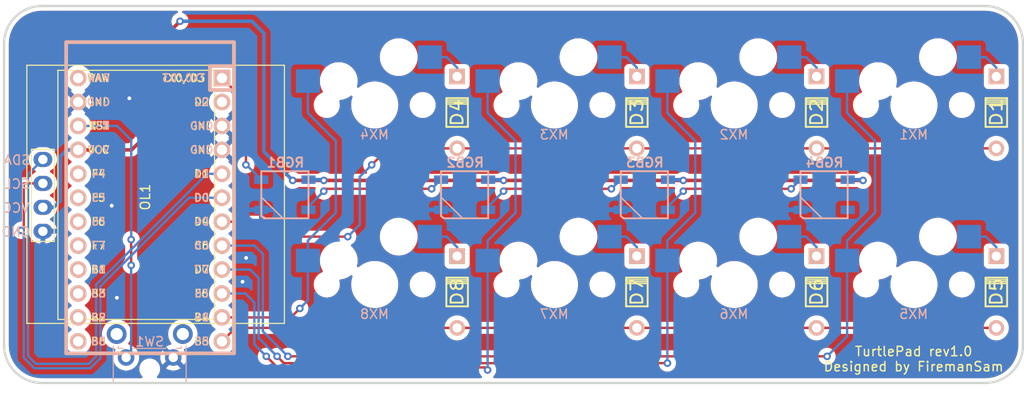
<source format=kicad_pcb>
(kicad_pcb (version 20211014) (generator pcbnew)
  (layers (0 "F.Cu" signal) (31 "B.Cu" signal) (34 "B.Paste" user) (35 "F.Paste" user) (36 "B.SilkS" user "B.Silkscreen") (37 "F.SilkS" user "F.Silkscreen") (38 "B.Mask" user) (39 "F.Mask" user) (44 "Edge.Cuts" user))
  (net 0 "")
  (net 1 "Net-(D1-Pad2)")
  (net 2 "ROW0")
  (net 3 "Net-(D2-Pad2)")
  (net 4 "Net-(D3-Pad2)")
  (net 5 "Net-(D4-Pad2)")
  (net 6 "Net-(D5-Pad2)")
  (net 7 "ROW1")
  (net 8 "Net-(D6-Pad2)")
  (net 9 "Net-(D7-Pad2)")
  (net 10 "Net-(D8-Pad2)")
  (net 11 "COL0")
  (net 12 "COL1")
  (net 13 "COL2")
  (net 14 "COL3")
  (net 15 "Net-(U1-Pad24)")
  (net 16 "GND")
  (net 17 "VCC")
  (net 18 "Net-(U1-Pad14)")
  (net 19 "Net-(U1-Pad2)")
  (net 20 "reset")
  (net 21 "Net-(RGB1-Pad2)")
  (net 22 "LED")
  (net 23 "Net-(RGB2-Pad2)")
  (net 24 "Net-(RGB3-Pad2)")
  (net 25 "SCL")
  (net 26 "SDA")
  (net 27 "Net-(RGB4-Pad2)")
  (net 28 "Net-(U1-Pad13)")
  (net 29 "Net-(U1-Pad15)")
  (net 30 "Net-(U1-Pad16)")
  (net 31 "Net-(U1-Pad17)")
  (net 32 "Net-(U1-Pad18)")
  (net 33 "Net-(U1-Pad19)")
  (net 34 "Net-(U1-Pad20)")
  (footprint "Keebio-Parts:Diode" (layer "F.Cu") (at 181.8005 88.138 90)
    (fp_text reference "D2" (at 0 0 90) (layer "F.SilkS") (effects (font (size 1.27 1.524) (thickness 0.2032))))
    (fp_text value "D_Small" hide)
    (pad "1" thru_hole circle locked (at -3.81 0 90) (size 1.651 1.651) (drill 0.9906) (layers *.Cu *.SilkS *.Mask) (net 2 "ROW0"))
    (pad "2" thru_hole rect locked (at 3.81 0 90) (size 1.651 1.651) (drill 0.9906) (layers *.Cu *.SilkS *.Mask) (net 3 "Net-(D2-Pad2)"))
  )
  (footprint "Keebio-Parts:Diode" (layer "F.Cu") (at 162.7505 88.138 90)
    (fp_text reference "D3" (at 0 0 90) (layer "F.SilkS") (effects (font (size 1.27 1.524) (thickness 0.2032))))
    (fp_text value "D_Small" hide)
    (pad "1" thru_hole circle locked (at -3.81 0 90) (size 1.651 1.651) (drill 0.9906) (layers *.Cu *.SilkS *.Mask) (net 2 "ROW0"))
    (pad "2" thru_hole rect locked (at 3.81 0 90) (size 1.651 1.651) (drill 0.9906) (layers *.Cu *.SilkS *.Mask) (net 4 "Net-(D3-Pad2)"))
  )
  (footprint "Keebio-Parts:Diode" (layer "F.Cu") (at 143.7005 88.138 90)
    (fp_text reference "D4" (at 0 0 90) (layer "F.SilkS") (effects (font (size 1.27 1.524) (thickness 0.2032))))
    (fp_text value "D_Small" hide)
    (pad "1" thru_hole circle locked (at -3.81 0 90) (size 1.651 1.651) (drill 0.9906) (layers *.Cu *.SilkS *.Mask) (net 2 "ROW0"))
    (pad "2" thru_hole rect locked (at 3.81 0 90) (size 1.651 1.651) (drill 0.9906) (layers *.Cu *.SilkS *.Mask) (net 5 "Net-(D4-Pad2)"))
  )
  (footprint "Keebio-Parts:Diode" (layer "F.Cu") (at 200.8505 107.188 90)
    (fp_text reference "D5" (at 0 0 90) (layer "F.SilkS") (effects (font (size 1.27 1.524) (thickness 0.2032))))
    (fp_text value "D_Small" hide)
    (pad "1" thru_hole circle locked (at -3.81 0 90) (size 1.651 1.651) (drill 0.9906) (layers *.Cu *.SilkS *.Mask) (net 7 "ROW1"))
    (pad "2" thru_hole rect locked (at 3.81 0 90) (size 1.651 1.651) (drill 0.9906) (layers *.Cu *.SilkS *.Mask) (net 6 "Net-(D5-Pad2)"))
  )
  (footprint "Keebio-Parts:Diode" (layer "F.Cu") (at 181.8005 107.188 90)
    (fp_text reference "D6" (at 0 0 90) (layer "F.SilkS") (effects (font (size 1.27 1.524) (thickness 0.2032))))
    (fp_text value "D_Small" hide)
    (pad "1" thru_hole circle locked (at -3.81 0 90) (size 1.651 1.651) (drill 0.9906) (layers *.Cu *.SilkS *.Mask) (net 7 "ROW1"))
    (pad "2" thru_hole rect locked (at 3.81 0 90) (size 1.651 1.651) (drill 0.9906) (layers *.Cu *.SilkS *.Mask) (net 8 "Net-(D6-Pad2)"))
  )
  (footprint "Keebio-Parts:Diode" (layer "F.Cu") (at 162.7505 107.188 90)
    (fp_text reference "D7" (at 0 0 90) (layer "F.SilkS") (effects (font (size 1.27 1.524) (thickness 0.2032))))
    (fp_text value "D_Small" hide)
    (pad "1" thru_hole circle locked (at -3.81 0 90) (size 1.651 1.651) (drill 0.9906) (layers *.Cu *.SilkS *.Mask) (net 7 "ROW1"))
    (pad "2" thru_hole rect locked (at 3.81 0 90) (size 1.651 1.651) (drill 0.9906) (layers *.Cu *.SilkS *.Mask) (net 9 "Net-(D7-Pad2)"))
  )
  (footprint "Keebio-Parts:Diode" (layer "F.Cu") (at 143.7005 107.188 90)
    (fp_text reference "D8" (at 0 0 90) (layer "F.SilkS") (effects (font (size 1.27 1.524) (thickness 0.2032))))
    (fp_text value "D_Small" hide)
    (pad "1" thru_hole circle locked (at -3.81 0 90) (size 1.651 1.651) (drill 0.9906) (layers *.Cu *.SilkS *.Mask) (net 7 "ROW1"))
    (pad "2" thru_hole rect locked (at 3.81 0 90) (size 1.651 1.651) (drill 0.9906) (layers *.Cu *.SilkS *.Mask) (net 10 "Net-(D8-Pad2)"))
  )
  (footprint "MX_Only:MXOnly-1U-Hotswap" (layer "F.Cu") (at 192.11925 87.34425)
    (fp_text reference "MX1")
    (fp_text value "MX-NoLED")
    (pad "" np_thru_hole circle locked (at 2.54 -5.08) (size 3 3) (drill 3) (layers *.Cu *.Mask))
    (pad "" np_thru_hole circle locked (at 5.08 0 48.0996) (size 1.75 1.75) (drill 1.75) (layers *.Cu *.Mask))
    (pad "" np_thru_hole circle locked (at 0 0) (size 3.9878 3.9878) (drill 3.9878) (layers *.Cu *.Mask))
    (pad "" np_thru_hole circle locked (at -5.08 0 48.0996) (size 1.75 1.75) (drill 1.75) (layers *.Cu *.Mask))
    (pad "" np_thru_hole circle locked (at -3.81 -2.54) (size 3 3) (drill 3) (layers *.Cu *.Mask))
    (pad "1" smd rect locked (at -7.085 -2.54) (size 2.55 2.5) (layers "B.Cu" "B.Paste" "B.Mask") (net 11 "COL0"))
    (pad "2" smd rect locked (at 5.842 -5.08) (size 2.55 2.5) (layers "B.Cu" "B.Paste" "B.Mask") (net 1 "Net-(D1-Pad2)"))
  )
  (footprint "MX_Only:MXOnly-1U-Hotswap" (layer "F.Cu") (at 173.06925 87.34425)
    (fp_text reference "MX2")
    (fp_text value "MX-NoLED")
    (pad "" np_thru_hole circle locked (at -5.08 0 48.0996) (size 1.75 1.75) (drill 1.75) (layers *.Cu *.Mask))
    (pad "" np_thru_hole circle locked (at 0 0) (size 3.9878 3.9878) (drill 3.9878) (layers *.Cu *.Mask))
    (pad "" np_thru_hole circle locked (at 5.08 0 48.0996) (size 1.75 1.75) (drill 1.75) (layers *.Cu *.Mask))
    (pad "" np_thru_hole circle locked (at -3.81 -2.54) (size 3 3) (drill 3) (layers *.Cu *.Mask))
    (pad "" np_thru_hole circle locked (at 2.54 -5.08) (size 3 3) (drill 3) (layers *.Cu *.Mask))
    (pad "1" smd rect locked (at -7.085 -2.54) (size 2.55 2.5) (layers "B.Cu" "B.Paste" "B.Mask") (net 12 "COL1"))
    (pad "2" smd rect locked (at 5.842 -5.08) (size 2.55 2.5) (layers "B.Cu" "B.Paste" "B.Mask") (net 3 "Net-(D2-Pad2)"))
  )
  (footprint "MX_Only:MXOnly-1U-Hotswap" (layer "F.Cu") (at 154.01925 87.34425)
    (fp_text reference "MX3")
    (fp_text value "MX-NoLED")
    (pad "" np_thru_hole circle locked (at 0 0) (size 3.9878 3.9878) (drill 3.9878) (layers *.Cu *.Mask))
    (pad "" np_thru_hole circle locked (at 2.54 -5.08) (size 3 3) (drill 3) (layers *.Cu *.Mask))
    (pad "" np_thru_hole circle locked (at 5.08 0 48.0996) (size 1.75 1.75) (drill 1.75) (layers *.Cu *.Mask))
    (pad "" np_thru_hole circle locked (at -3.81 -2.54) (size 3 3) (drill 3) (layers *.Cu *.Mask))
    (pad "" np_thru_hole circle locked (at -5.08 0 48.0996) (size 1.75 1.75) (drill 1.75) (layers *.Cu *.Mask))
    (pad "1" smd rect locked (at -7.085 -2.54) (size 2.55 2.5) (layers "B.Cu" "B.Paste" "B.Mask") (net 13 "COL2"))
    (pad "2" smd rect locked (at 5.842 -5.08) (size 2.55 2.5) (layers "B.Cu" "B.Paste" "B.Mask") (net 4 "Net-(D3-Pad2)"))
  )
  (footprint "MX_Only:MXOnly-1U-Hotswap" (layer "F.Cu") (at 192.11925 106.39425)
    (fp_text reference "MX5")
    (fp_text value "MX-NoLED")
    (pad "" np_thru_hole circle locked (at -3.81 -2.54) (size 3 3) (drill 3) (layers *.Cu *.Mask))
    (pad "" np_thru_hole circle locked (at 5.08 0 48.0996) (size 1.75 1.75) (drill 1.75) (layers *.Cu *.Mask))
    (pad "" np_thru_hole circle locked (at 2.54 -5.08) (size 3 3) (drill 3) (layers *.Cu *.Mask))
    (pad "" np_thru_hole circle locked (at 0 0) (size 3.9878 3.9878) (drill 3.9878) (layers *.Cu *.Mask))
    (pad "" np_thru_hole circle locked (at -5.08 0 48.0996) (size 1.75 1.75) (drill 1.75) (layers *.Cu *.Mask))
    (pad "1" smd rect locked (at -7.085 -2.54) (size 2.55 2.5) (layers "B.Cu" "B.Paste" "B.Mask") (net 11 "COL0"))
    (pad "2" smd rect locked (at 5.842 -5.08) (size 2.55 2.5) (layers "B.Cu" "B.Paste" "B.Mask") (net 6 "Net-(D5-Pad2)"))
  )
  (footprint "MX_Only:MXOnly-1U-Hotswap" (layer "F.Cu") (at 173.06925 106.39425)
    (fp_text reference "MX6")
    (fp_text value "MX-NoLED")
    (pad "" np_thru_hole circle locked (at 2.54 -5.08) (size 3 3) (drill 3) (layers *.Cu *.Mask))
    (pad "" np_thru_hole circle locked (at -3.81 -2.54) (size 3 3) (drill 3) (layers *.Cu *.Mask))
    (pad "" np_thru_hole circle locked (at 0 0) (size 3.9878 3.9878) (drill 3.9878) (layers *.Cu *.Mask))
    (pad "" np_thru_hole circle locked (at -5.08 0 48.0996) (size 1.75 1.75) (drill 1.75) (layers *.Cu *.Mask))
    (pad "" np_thru_hole circle locked (at 5.08 0 48.0996) (size 1.75 1.75) (drill 1.75) (layers *.Cu *.Mask))
    (pad "1" smd rect locked (at -7.085 -2.54) (size 2.55 2.5) (layers "B.Cu" "B.Paste" "B.Mask") (net 12 "COL1"))
    (pad "2" smd rect locked (at 5.842 -5.08) (size 2.55 2.5) (layers "B.Cu" "B.Paste" "B.Mask") (net 8 "Net-(D6-Pad2)"))
  )
  (footprint "MX_Only:MXOnly-1U-Hotswap" (layer "F.Cu") (at 154.01925 106.39425)
    (fp_text reference "MX7")
    (fp_text value "MX-NoLED")
    (pad "" np_thru_hole circle locked (at -5.08 0 48.0996) (size 1.75 1.75) (drill 1.75) (layers *.Cu *.Mask))
    (pad "" np_thru_hole circle locked (at 5.08 0 48.0996) (size 1.75 1.75) (drill 1.75) (layers *.Cu *.Mask))
    (pad "" np_thru_hole circle locked (at 0 0) (size 3.9878 3.9878) (drill 3.9878) (layers *.Cu *.Mask))
    (pad "" np_thru_hole circle locked (at 2.54 -5.08) (size 3 3) (drill 3) (layers *.Cu *.Mask))
    (pad "" np_thru_hole circle locked (at -3.81 -2.54) (size 3 3) (drill 3) (layers *.Cu *.Mask))
    (pad "1" smd rect locked (at -7.085 -2.54) (size 2.55 2.5) (layers "B.Cu" "B.Paste" "B.Mask") (net 13 "COL2"))
    (pad "2" smd rect locked (at 5.842 -5.08) (size 2.55 2.5) (layers "B.Cu" "B.Paste" "B.Mask") (net 9 "Net-(D7-Pad2)"))
  )
  (footprint "MX_Only:MXOnly-1U-Hotswap" (layer "F.Cu") (at 134.96925 106.39425)
    (fp_text reference "MX8")
    (fp_text value "MX-NoLED")
    (pad "" np_thru_hole circle locked (at 0 0) (size 3.9878 3.9878) (drill 3.9878) (layers *.Cu *.Mask))
    (pad "" np_thru_hole circle locked (at -3.81 -2.54) (size 3 3) (drill 3) (layers *.Cu *.Mask))
    (pad "" np_thru_hole circle locked (at 2.54 -5.08) (size 3 3) (drill 3) (layers *.Cu *.Mask))
    (pad "" np_thru_hole circle locked (at 5.08 0 48.0996) (size 1.75 1.75) (drill 1.75) (layers *.Cu *.Mask))
    (pad "" np_thru_hole circle locked (at -5.08 0 48.0996) (size 1.75 1.75) (drill 1.75) (layers *.Cu *.Mask))
    (pad "1" smd rect locked (at -7.085 -2.54) (size 2.55 2.5) (layers "B.Cu" "B.Paste" "B.Mask") (net 14 "COL3"))
    (pad "2" smd rect locked (at 5.842 -5.08) (size 2.55 2.5) (layers "B.Cu" "B.Paste" "B.Mask") (net 10 "Net-(D8-Pad2)"))
  )
  (footprint "Keebio-Parts:Diode" (layer "F.Cu") (at 200.8505 88.138 90)
    (fp_text reference "D1" (at 0 0 90) (layer "F.SilkS") (effects (font (size 1.27 1.524) (thickness 0.2032))))
    (fp_text value "D_Small" hide)
    (pad "1" thru_hole circle locked (at -3.81 0 90) (size 1.651 1.651) (drill 0.9906) (layers *.Cu *.SilkS *.Mask) (net 2 "ROW0"))
    (pad "2" thru_hole rect locked (at 3.81 0 90) (size 1.651 1.651) (drill 0.9906) (layers *.Cu *.SilkS *.Mask) (net 1 "Net-(D1-Pad2)"))
  )
  (footprint "SSD1306:128x64OLED" (layer "F.Cu") (at 110.39475 97.12325 90)
    (fp_text reference "OL1" (at 0 0.254 90) (layer "F.SilkS"))
    (fp_text value "SSD1306")
    (pad "1" thru_hole oval locked (at -3.62 -10.6 180) (size 2 1.6) (drill 1) (layers *.Cu *.Mask) (net 16 "GND"))
    (pad "2" thru_hole oval locked (at -1.08 -10.6 180) (size 2 1.6) (drill 1) (layers *.Cu *.Mask) (net 17 "VCC"))
    (pad "3" thru_hole oval locked (at 1.46 -10.6 180) (size 2 1.6) (drill 1) (layers *.Cu *.Mask) (net 25 "SCL"))
    (pad "4" thru_hole oval locked (at 4 -10.6 180) (size 2 1.6) (drill 1) (layers *.Cu *.Mask) (net 26 "SDA"))
  )
  (footprint "MX_Only:MXOnly-1U-Hotswap" (layer "F.Cu") (at 134.96925 87.34425)
    (fp_text reference "MX4")
    (fp_text value "MX-NoLED")
    (pad "" np_thru_hole circle locked (at 2.54 -5.08) (size 3 3) (drill 3) (layers *.Cu *.Mask))
    (pad "" np_thru_hole circle locked (at -3.81 -2.54) (size 3 3) (drill 3) (layers *.Cu *.Mask))
    (pad "" np_thru_hole circle locked (at 5.08 0 48.0996) (size 1.75 1.75) (drill 1.75) (layers *.Cu *.Mask))
    (pad "" np_thru_hole circle locked (at -5.08 0 48.0996) (size 1.75 1.75) (drill 1.75) (layers *.Cu *.Mask))
    (pad "" np_thru_hole circle locked (at 0 0) (size 3.9878 3.9878) (drill 3.9878) (layers *.Cu *.Mask))
    (pad "1" smd rect locked (at -7.085 -2.54) (size 2.55 2.5) (layers "B.Cu" "B.Paste" "B.Mask") (net 14 "COL3"))
    (pad "2" smd rect locked (at 5.842 -5.08) (size 2.55 2.5) (layers "B.Cu" "B.Paste" "B.Mask") (net 5 "Net-(D4-Pad2)"))
  )
  (footprint "Keebio-Parts:WS2812B" (layer "B.Cu") (at 125.44425 96.86925 180)
    (fp_text reference "RGB1" (at -0.06 3.41) (layer "B.SilkS") (effects (font (thickness 0.2)) (justify mirror)))
    (fp_text value "WS2812B" hide)
    (pad "1" smd rect locked (at -2.49936 1.6002 90) (size 0.89916 1.50114) (layers "B.Cu" "B.Paste" "B.Mask") (net 17 "VCC"))
    (pad "2" smd rect locked (at -2.49936 -1.6002 90) (size 0.89916 1.50114) (layers "B.Cu" "B.Paste" "B.Mask") (net 21 "Net-(RGB1-Pad2)"))
    (pad "3" smd rect locked (at 2.49936 -1.6002 90) (size 0.89916 1.50114) (layers "B.Cu" "B.Paste" "B.Mask") (net 16 "GND"))
    (pad "4" smd rect locked (at 2.49936 1.6002 90) (size 0.89916 1.50114) (layers "B.Cu" "B.Paste" "B.Mask") (net 22 "LED"))
  )
  (footprint "Keebio-Parts:WS2812B" (layer "B.Cu") (at 163.54425 96.86925 180)
    (fp_text reference "RGB3" (at -0.06 3.41) (layer "B.SilkS") (effects (font (thickness 0.2)) (justify mirror)))
    (fp_text value "WS2812B" hide)
    (pad "1" smd rect locked (at -2.49936 1.6002 90) (size 0.89916 1.50114) (layers "B.Cu" "B.Paste" "B.Mask") (net 17 "VCC"))
    (pad "2" smd rect locked (at -2.49936 -1.6002 90) (size 0.89916 1.50114) (layers "B.Cu" "B.Paste" "B.Mask") (net 24 "Net-(RGB3-Pad2)"))
    (pad "3" smd rect locked (at 2.49936 -1.6002 90) (size 0.89916 1.50114) (layers "B.Cu" "B.Paste" "B.Mask") (net 16 "GND"))
    (pad "4" smd rect locked (at 2.49936 1.6002 90) (size 0.89916 1.50114) (layers "B.Cu" "B.Paste" "B.Mask") (net 23 "Net-(RGB2-Pad2)"))
  )
  (footprint "Keebio-Parts:WS2812B" (layer "B.Cu") (at 144.49425 96.86925 180)
    (fp_text reference "RGB2" (at -0.06 3.41) (layer "B.SilkS") (effects (font (thickness 0.2)) (justify mirror)))
    (fp_text value "WS2812B" hide)
    (pad "1" smd rect locked (at -2.49936 1.6002 90) (size 0.89916 1.50114) (layers "B.Cu" "B.Paste" "B.Mask") (net 17 "VCC"))
    (pad "2" smd rect locked (at -2.49936 -1.6002 90) (size 0.89916 1.50114) (layers "B.Cu" "B.Paste" "B.Mask") (net 23 "Net-(RGB2-Pad2)"))
    (pad "3" smd rect locked (at 2.49936 -1.6002 90) (size 0.89916 1.50114) (layers "B.Cu" "B.Paste" "B.Mask") (net 16 "GND"))
    (pad "4" smd rect locked (at 2.49936 1.6002 90) (size 0.89916 1.50114) (layers "B.Cu" "B.Paste" "B.Mask") (net 21 "Net-(RGB1-Pad2)"))
  )
  (footprint "Keebio-Parts:WS2812B" (layer "B.Cu") (at 182.59425 96.86925 180)
    (fp_text reference "RGB4" (at -0.06 3.41) (layer "B.SilkS") (effects (font (thickness 0.2)) (justify mirror)))
    (fp_text value "WS2812B" hide)
    (pad "1" smd rect locked (at -2.49936 1.6002 90) (size 0.89916 1.50114) (layers "B.Cu" "B.Paste" "B.Mask") (net 17 "VCC"))
    (pad "2" smd rect locked (at -2.49936 -1.6002 90) (size 0.89916 1.50114) (layers "B.Cu" "B.Paste" "B.Mask") (net 27 "Net-(RGB4-Pad2)"))
    (pad "3" smd rect locked (at 2.49936 -1.6002 90) (size 0.89916 1.50114) (layers "B.Cu" "B.Paste" "B.Mask") (net 16 "GND"))
    (pad "4" smd rect locked (at 2.49936 1.6002 90) (size 0.89916 1.50114) (layers "B.Cu" "B.Paste" "B.Mask") (net 24 "Net-(RGB3-Pad2)"))
  )
  (footprint "Keebio-Parts:ArduinoProMicro" (layer "B.Cu") (at 111.15675 98.45675 -90)
    (fp_text reference "U1" hide)
    (fp_text value "ProMicro" hide)
    (fp_text user "D4" (at 1.27 -5.461) (layer "B.SilkS") (effects (font (size 0.8 0.8)) (justify mirror)))
    (fp_text user "F5" (at -1.27 5.461) (layer "B.SilkS") (effects (font (size 0.8 0.8)) (justify mirror)))
    (fp_text user "D1" (at -3.81 -5.461) (layer "B.SilkS") (effects (font (size 0.8 0.8)) (justify mirror)))
    (fp_text user "ST" (at -8.92 5.73312) (layer "B.SilkS") (effects (font (size 0.8 0.8)) (justify mirror)))
    (fp_text user "VCC" (at -6.35 5.461) (layer "B.SilkS") (effects (font (size 0.8 0.8)) (justify mirror)))
    (fp_text user "E6" (at 8.89 -5.461) (layer "B.SilkS") (effects (font (size 0.8 0.8)) (justify mirror)))
    (fp_text user "F6" (at 1.27 5.461) (layer "B.SilkS") (effects (font (size 0.8 0.8)) (justify mirror)))
    (fp_text user "B5" (at 13.97 -5.461) (layer "B.SilkS") (effects (font (size 0.8 0.8)) (justify mirror)))
    (fp_text user "C6" (at 3.81 -5.461) (layer "B.SilkS") (effects (font (size 0.8 0.8)) (justify mirror)))
    (fp_text user "B2" (at 11.43 5.461) (layer "B.SilkS") (effects (font (size 0.8 0.8)) (justify mirror)))
    (fp_text user "D2" (at -11.43 -5.461) (layer "B.SilkS") (effects (font (size 0.8 0.8)) (justify mirror)))
    (fp_text user "F7" (at 3.81 5.461) (layer "B.SilkS") (effects (font (size 0.8 0.8)) (justify mirror)))
    (fp_text user "F4" (at -3.81 5.461) (layer "B.SilkS") (effects (font (size 0.8 0.8)) (justify mirror)))
    (fp_text user "B6" (at 13.97 5.461) (layer "B.SilkS") (effects (font (size 0.8 0.8)) (justify mirror)))
    (fp_text user "D7" (at 6.35 -5.461) (layer "B.SilkS") (effects (font (size 0.8 0.8)) (justify mirror)))
    (fp_text user "D0" (at -1.27 -5.461) (layer "B.SilkS") (effects (font (size 0.8 0.8)) (justify mirror)))
    (fp_text user "GND" (at -11.43 5.461) (layer "B.SilkS") (effects (font (size 0.8 0.8)) (justify mirror)))
    (fp_text user "B4" (at 11.43 -5.461) (layer "B.SilkS") (effects (font (size 0.8 0.8)) (justify mirror)))
    (fp_text user "B3" (at 8.89 5.461) (layer "B.SilkS") (effects (font (size 0.8 0.8)) (justify mirror)))
    (fp_text user "GND" (at -8.89 -5.461) (layer "B.SilkS") (effects (font (size 0.8 0.8)) (justify mirror)))
    (fp_text user "GND" (at -6.35 -5.461) (layer "B.SilkS") (effects (font (size 0.8 0.8)) (justify mirror)))
    (fp_text user "TX0/D3" (at -13.97 -3.571872) (layer "B.SilkS") (effects (font (size 0.8 0.8)) (justify mirror)))
    (fp_text user "B1" (at 6.35 5.461) (layer "B.SilkS") (effects (font (size 0.8 0.8)) (justify mirror)))
    (fp_text user "RAW" (at -13.97 5.461) (layer "B.SilkS") (effects (font (size 0.8 0.8)) (justify mirror)))
    (fp_text user "D4" (at 1.27 -5.461) (layer "F.SilkS") (effects (font (size 0.8 0.8))))
    (fp_text user "ST" (at -8.91 5.04) (layer "F.SilkS") (effects (font (size 0.8 0.8))))
    (fp_text user "VCC" (at -6.35 5.461) (layer "F.SilkS") (effects (font (size 0.8 0.8))))
    (fp_text user "F5" (at -1.27 5.461) (layer "F.SilkS") (effects (font (size 0.8 0.8))))
    (fp_text user "B4" (at 11.43 -5.461) (layer "F.SilkS") (effects (font (size 0.8 0.8))))
    (fp_text user "TX0/D3" (at -13.97 -3.571872) (layer "F.SilkS") (effects (font (size 0.8 0.8))))
    (fp_text user "F4" (at -3.81 5.461) (layer "F.SilkS") (effects (font (size 0.8 0.8))))
    (fp_text user "B6" (at 13.97 5.461) (layer "F.SilkS") (effects (font (size 0.8 0.8))))
    (fp_text user "GND" (at -6.35 -5.461) (layer "F.SilkS") (effects (font (size 0.8 0.8))))
    (fp_text user "F7" (at 3.81 5.461) (layer "F.SilkS") (effects (font (size 0.8 0.8))))
    (fp_text user "RAW" (at -13.97 5.461) (layer "F.SilkS") (effects (font (size 0.8 0.8))))
    (fp_text user "E6" (at 8.89 -5.461) (layer "F.SilkS") (effects (font (size 0.8 0.8))))
    (fp_text user "D7" (at 6.35 -5.461) (layer "F.SilkS") (effects (font (size 0.8 0.8))))
    (fp_text user "C6" (at 3.81 -5.461) (layer "F.SilkS") (effects (font (size 0.8 0.8))))
    (fp_text user "F6" (at 1.27 5.461) (layer "F.SilkS") (effects (font (size 0.8 0.8))))
    (fp_text user "B1" (at 6.35 5.461) (layer "F.SilkS") (effects (font (size 0.8 0.8))))
    (fp_text user "B2" (at 11.43 5.461) (layer "F.SilkS") (effects (font (size 0.8 0.8))))
    (fp_text user "D1" (at -3.81 -5.461) (layer "F.SilkS") (effects (font (size 0.8 0.8))))
    (fp_text user "B3" (at 8.89 5.461) (layer "F.SilkS") (effects (font (size 0.8 0.8))))
    (fp_text user "GND" (at -8.89 -5.461) (layer "F.SilkS") (effects (font (size 0.8 0.8))))
    (fp_text user "B5" (at 13.97 -5.461) (layer "F.SilkS") (effects (font (size 0.8 0.8))))
    (fp_text user "D2" (at -11.43 -5.461) (layer "F.SilkS") (effects (font (size 0.8 0.8))))
    (fp_text user "GND" (at -11.43 5.461) (layer "F.SilkS") (effects (font (size 0.8 0.8))))
    (fp_text user "D0" (at -1.27 -5.461) (layer "F.SilkS") (effects (font (size 0.8 0.8))))
    (pad "1" thru_hole rect locked (at -13.97 -7.62 270) (size 1.7526 1.7526) (drill 1.0922) (layers *.Cu *.SilkS *.Mask) (net 22 "LED"))
    (pad "2" thru_hole circle locked (at -11.43 -7.62 270) (size 1.7526 1.7526) (drill 1.0922) (layers *.Cu *.SilkS *.Mask) (net 19 "Net-(U1-Pad2)"))
    (pad "3" thru_hole circle locked (at -8.89 -7.62 270) (size 1.7526 1.7526) (drill 1.0922) (layers *.Cu *.SilkS *.Mask) (net 16 "GND"))
    (pad "4" thru_hole circle locked (at -6.35 -7.62 270) (size 1.7526 1.7526) (drill 1.0922) (layers *.Cu *.SilkS *.Mask) (net 16 "GND"))
    (pad "5" thru_hole circle locked (at -3.81 -7.62 270) (size 1.7526 1.7526) (drill 1.0922) (layers *.Cu *.SilkS *.Mask) (net 26 "SDA"))
    (pad "6" thru_hole circle locked (at -1.27 -7.62 270) (size 1.7526 1.7526) (drill 1.0922) (layers *.Cu *.SilkS *.Mask) (net 25 "SCL"))
    (pad "7" thru_hole circle locked (at 1.27 -7.62 270) (size 1.7526 1.7526) (drill 1.0922) (layers *.Cu *.SilkS *.Mask) (net 2 "ROW0"))
    (pad "8" thru_hole circle locked (at 3.81 -7.62 270) (size 1.7526 1.7526) (drill 1.0922) (layers *.Cu *.SilkS *.Mask) (net 11 "COL0"))
    (pad "9" thru_hole circle locked (at 6.35 -7.62 270) (size 1.7526 1.7526) (drill 1.0922) (layers *.Cu *.SilkS *.Mask) (net 12 "COL1"))
    (pad "10" thru_hole circle locked (at 8.89 -7.62 270) (size 1.7526 1.7526) (drill 1.0922) (layers *.Cu *.SilkS *.Mask) (net 13 "COL2"))
    (pad "11" thru_hole circle locked (at 11.43 -7.62 270) (size 1.7526 1.7526) (drill 1.0922) (layers *.Cu *.SilkS *.Mask) (net 14 "COL3"))
    (pad "12" thru_hole circle locked (at 13.97 -7.62 270) (size 1.7526 1.7526) (drill 1.0922) (layers *.Cu *.SilkS *.Mask) (net 7 "ROW1"))
    (pad "13" thru_hole circle locked (at 13.97 7.62 270) (size 1.7526 1.7526) (drill 1.0922) (layers *.Cu *.SilkS *.Mask) (net 28 "Net-(U1-Pad13)"))
    (pad "14" thru_hole circle locked (at 11.43 7.62 270) (size 1.7526 1.7526) (drill 1.0922) (layers *.Cu *.SilkS *.Mask) (net 18 "Net-(U1-Pad14)"))
    (pad "15" thru_hole circle locked (at 8.89 7.62 270) (size 1.7526 1.7526) (drill 1.0922) (layers *.Cu *.SilkS *.Mask) (net 29 "Net-(U1-Pad15)"))
    (pad "16" thru_hole circle locked (at 6.35 7.62 270) (size 1.7526 1.7526) (drill 1.0922) (layers *.Cu *.SilkS *.Mask) (net 30 "Net-(U1-Pad16)"))
    (pad "17" thru_hole circle locked (at 3.81 7.62 270) (size 1.7526 1.7526) (drill 1.0922) (layers *.Cu *.SilkS *.Mask) (net 31 "Net-(U1-Pad17)"))
    (pad "18" thru_hole circle locked (at 1.27 7.62 270) (size 1.7526 1.7526) (drill 1.0922) (layers *.Cu *.SilkS *.Mask) (net 32 "Net-(U1-Pad18)"))
    (pad "19" thru_hole circle locked (at -1.27 7.62 270) (size 1.7526 1.7526) (drill 1.0922) (layers *.Cu *.SilkS *.Mask) (net 33 "Net-(U1-Pad19)"))
    (pad "20" thru_hole circle locked (at -3.81 7.62 270) (size 1.7526 1.7526) (drill 1.0922) (layers *.Cu *.SilkS *.Mask) (net 34 "Net-(U1-Pad20)"))
    (pad "21" thru_hole circle locked (at -6.35 7.62 270) (size 1.7526 1.7526) (drill 1.0922) (layers *.Cu *.SilkS *.Mask) (net 17 "VCC"))
    (pad "22" thru_hole circle locked (at -8.89 7.62 270) (size 1.7526 1.7526) (drill 1.0922) (layers *.Cu *.SilkS *.Mask) (net 20 "reset"))
    (pad "23" thru_hole circle locked (at -11.43 7.62 270) (size 1.7526 1.7526) (drill 1.0922) (layers *.Cu *.SilkS *.Mask) (net 16 "GND"))
    (pad "24" thru_hole circle locked (at -13.97 7.62 270) (size 1.7526 1.7526) (drill 1.0922) (layers *.Cu *.SilkS *.Mask) (net 15 "Net-(U1-Pad24)"))
  )
  (footprint "Keebio-Parts:SW_Tactile_SPST_Angled_MJTP1117" (layer "B.Cu") (at 108.61675 114.14125)
    (fp_text reference "SW1" (at 2.5 -1.68) (layer "B.SilkS") (effects (justify mirror)))
    (fp_text value "SW_Push")
    (pad "" thru_hole circle locked (at -1 -2.49) (size 2.1 2.1) (drill 1.3) (layers *.Cu *.Mask))
    (pad "" np_thru_hole circle locked (at 2.5 1.21) (size 1.2 1.2) (drill 1.2) (layers *.Cu *.Mask))
    (pad "" thru_hole circle locked (at 6.01 -2.49) (size 2.1 2.1) (drill 1.3) (layers *.Cu *.Mask))
    (pad "1" thru_hole circle locked (at 0 0) (size 1.75 1.75) (drill 0.99) (layers *.Cu *.Mask) (net 20 "reset"))
    (pad "2" thru_hole circle locked (at 5 0) (size 1.75 1.75) (drill 0.99) (layers *.Cu *.Mask) (net 16 "GND"))
  )
  (gr_line (start 95.68 80.84) (end 95.68 112.84) (layer "Edge.Cuts") (width 0.25))
  (gr_arc (start 199.68 76.840001) (mid 202.508426 78.011574) (end 203.679999 80.84) (layer "Edge.Cuts") (width 0.25))
  (gr_arc (start 99.68 116.84) (mid 96.851573 115.668427) (end 95.68 112.84) (layer "Edge.Cuts") (width 0.25))
  (gr_line (start 203.68 112.84) (end 203.68 80.84) (layer "Edge.Cuts") (width 0.25))
  (gr_arc (start 203.679999 112.84) (mid 202.508426 115.668426) (end 199.68 116.839999) (layer "Edge.Cuts") (width 0.25))
  (gr_line (start 199.68 76.84) (end 99.68 76.84) (layer "Edge.Cuts") (width 0.25))
  (gr_line (start 99.68 116.84) (end 199.68 116.84) (layer "Edge.Cuts") (width 0.25))
  (gr_arc (start 95.680001 80.84) (mid 96.851574 78.011574) (end 99.68 76.840001) (layer "Edge.Cuts") (width 0.25))
  (gr_text "GND" (at 96.93275 100.80625) (layer "B.SilkS") (effects (font (size 1 1)) (justify mirror)))
  (gr_text "MX4" (at 134.9375 90.4875) (layer "B.SilkS") (effects (font (size 1 1)) (justify mirror)))
  (gr_text "MX7" (at 153.9875 109.5375) (layer "B.SilkS") (effects (font (size 1 1)) (justify mirror)))
  (gr_text "MX5" (at 192.0875 109.5375) (layer "B.SilkS") (effects (font (size 1 1)) (justify mirror)))
  (gr_text "MX1" (at 192.0875 90.4875) (layer "B.SilkS") (effects (font (size 1 1)) (justify mirror)))
  (gr_text "SDA" (at 97.05975 93.18625) (layer "B.SilkS") (effects (font (size 1 1)) (justify mirror)))
  (gr_text "VCC" (at 96.93275 98.26625) (layer "B.SilkS") (effects (font (size 1 1)) (justify mirror)))
  (gr_text "MX3" (at 153.9875 90.4875) (layer "B.SilkS") (effects (font (size 1 1)) (justify mirror)))
  (gr_text "MX6" (at 173.0375 109.5375) (layer "B.SilkS") (effects (font (size 1 1)) (justify mirror)))
  (gr_text "MX2" (at 173.0375 90.4875) (layer "B.SilkS") (effects (font (size 1 1)) (justify mirror)))
  (gr_text "SCL" (at 97.05975 95.72625) (layer "B.SilkS") (effects (font (size 1 1)) (justify mirror)))
  (gr_text "MX8" (at 134.9375 109.5375) (layer "B.SilkS") (effects (font (size 1 1)) (justify mirror)))
  (gr_text "TurtlePad rev1.0\nDesigned by FiremanSam" (at 192.0875 114.3) (layer "F.SilkS") (effects (font (size 1 1))))
  (segment (start 199.73925 82.26425) (end 197.96125 82.26425) (width 0.25) (layer "B.Cu") (net 1))
  (segment (start 200.8505 83.3755) (end 199.73925 82.26425) (width 0.25) (layer "B.Cu") (net 1))
  (segment (start 200.8505 84.328) (end 200.8505 83.3755) (width 0.25) (layer "B.Cu") (net 1))
  (segment (start 124.49175 101.31425) (end 122.90425 99.72675) (width 0.254) (layer "F.Cu") (net 2))
  (segment (start 132.11175 101.31425) (end 124.49175 101.31425) (width 0.254) (layer "F.Cu") (net 2))
  (segment (start 143.7005 91.948) (end 136.398 91.948) (width 0.254) (layer "F.Cu") (net 2))
  (segment (start 122.90425 99.72675) (end 118.77675 99.72675) (width 0.254) (layer "F.Cu") (net 2))
  (segment (start 200.8505 91.948) (end 143.7005 91.948) (width 0.254) (layer "F.Cu") (net 2))
  (segment (start 136.398 91.948) (end 134.65175 93.69425) (width 0.254) (layer "F.Cu") (net 2))
  (via (at 132.11175 101.31425) (size 0.8) (drill 0.4) (layers "F.Cu" "B.Cu") (net 2))
  (via (at 134.65175 93.69425) (size 0.8) (drill 0.4) (layers "F.Cu" "B.Cu") (net 2))
  (segment (start 133.38175 100.04425) (end 132.11175 101.31425) (width 0.254) (layer "B.Cu") (net 2))
  (segment (start 133.38175 94.96425) (end 133.38175 100.04425) (width 0.254) (layer "B.Cu") (net 2))
  (segment (start 134.65175 93.69425) (end 133.38175 94.96425) (width 0.254) (layer "B.Cu") (net 2))
  (segment (start 181.8005 83.3755) (end 180.68925 82.26425) (width 0.25) (layer "B.Cu") (net 3))
  (segment (start 181.8005 84.328) (end 181.8005 83.3755) (width 0.25) (layer "B.Cu") (net 3))
  (segment (start 180.68925 82.26425) (end 178.91125 82.26425) (width 0.25) (layer "B.Cu") (net 3))
  (segment (start 162.7505 83.3755) (end 161.63925 82.26425) (width 0.25) (layer "B.Cu") (net 4))
  (segment (start 162.7505 84.328) (end 162.7505 83.3755) (width 0.25) (layer "B.Cu") (net 4))
  (segment (start 161.63925 82.26425) (end 159.86125 82.26425) (width 0.25) (layer "B.Cu") (net 4))
  (segment (start 143.7005 83.3755) (end 142.58925 82.26425) (width 0.25) (layer "B.Cu") (net 5))
  (segment (start 143.7005 84.328) (end 143.7005 83.3755) (width 0.25) (layer "B.Cu") (net 5))
  (segment (start 142.58925 82.26425) (end 140.81125 82.26425) (width 0.25) (layer "B.Cu") (net 5))
  (segment (start 200.8505 103.378) (end 200.8505 102.4255) (width 0.25) (layer "B.Cu") (net 6))
  (segment (start 199.73925 101.31425) (end 197.96125 101.31425) (width 0.25) (layer "B.Cu") (net 6))
  (segment (start 200.8505 102.4255) (end 199.73925 101.31425) (width 0.25) (layer "B.Cu") (net 6))
  (segment (start 120.2055 110.998) (end 118.77675 112.42675) (width 0.254) (layer "F.Cu") (net 7))
  (segment (start 200.8505 110.998) (end 143.7005 110.998) (width 0.254) (layer "F.Cu") (net 7))
  (segment (start 143.7005 110.998) (end 120.2055 110.998) (width 0.254) (layer "F.Cu") (net 7))
  (segment (start 181.8005 102.4255) (end 180.68925 101.31425) (width 0.25) (layer "B.Cu") (net 8))
  (segment (start 180.68925 101.31425) (end 178.91125 101.31425) (width 0.25) (layer "B.Cu") (net 8))
  (segment (start 181.8005 103.378) (end 181.8005 102.4255) (width 0.25) (layer "B.Cu") (net 8))
  (segment (start 161.63925 101.31425) (end 159.86125 101.31425) (width 0.25) (layer "B.Cu") (net 9))
  (segment (start 162.7505 103.378) (end 162.7505 102.4255) (width 0.25) (layer "B.Cu") (net 9))
  (segment (start 162.7505 102.4255) (end 161.63925 101.31425) (width 0.25) (layer "B.Cu") (net 9))
  (segment (start 143.7005 103.378) (end 143.7005 102.4255) (width 0.25) (layer "B.Cu") (net 10))
  (segment (start 143.7005 102.4255) (end 142.58925 101.31425) (width 0.25) (layer "B.Cu") (net 10))
  (segment (start 142.58925 101.31425) (end 140.81125 101.31425) (width 0.25) (layer "B.Cu") (net 10))
  (segment (start 182.91175 114.01425) (end 125.76175 114.01425) (width 0.254) (layer "F.Cu") (net 11))
  (via (at 182.91175 114.01425) (size 0.8) (drill 0.4) (layers "F.Cu" "B.Cu") (net 11))
  (via (at 125.76175 114.01425) (size 0.8) (drill 0.4) (layers "F.Cu" "B.Cu") (net 11))
  (segment (start 185.03425 101.73175) (end 185.03425 103.85425) (width 0.254) (layer "B.Cu") (net 11))
  (segment (start 187.99175 98.77425) (end 185.03425 101.73175) (width 0.254) (layer "B.Cu") (net 11))
  (segment (start 123.11279 103.15279) (end 123.11279 111.36529) (width 0.254) (layer "B.Cu") (net 11))
  (segment (start 185.03425 88.19675) (end 187.99175 91.15425) (width 0.254) (layer "B.Cu") (net 11))
  (segment (start 187.99175 91.15425) (end 187.99175 98.77425) (width 0.254) (layer "B.Cu") (net 11))
  (segment (start 123.11279 111.36529) (end 125.76175 114.01425) (width 0.254) (layer "B.Cu") (net 11))
  (segment (start 118.77675 102.26675) (end 122.22675 102.26675) (width 0.254) (layer "B.Cu") (net 11))
  (segment (start 185.03425 84.80425) (end 185.03425 88.19675) (width 0.254) (layer "B.Cu") (net 11))
  (segment (start 122.22675 102.26675) (end 123.11279 103.15279) (width 0.254) (layer "B.Cu") (net 11))
  (segment (start 185.03425 103.85425) (end 185.03425 111.89175) (width 0.254) (layer "B.Cu") (net 11))
  (segment (start 185.03425 111.89175) (end 182.91175 114.01425) (width 0.254) (layer "B.Cu") (net 11))
  (segment (start 125.345261 114.740761) (end 124.61875 114.01425) (width 0.254) (layer "F.Cu") (net 12))
  (segment (start 126.062682 114.740761) (end 125.345261 114.740761) (width 0.254) (layer "F.Cu") (net 12))
  (segment (start 165.99 114.74075) (end 165.98925 114.74) (width 0.254) (layer "F.Cu") (net 12))
  (segment (start 126.063443 114.74) (end 126.062682 114.740761) (width 0.254) (layer "F.Cu") (net 12))
  (segment (start 165.98925 114.74) (end 126.063443 114.74) (width 0.254) (layer "F.Cu") (net 12))
  (via (at 165.99 114.74075) (size 0.8) (drill 0.4) (layers "F.Cu" "B.Cu") (net 12))
  (via (at 124.61875 114.01425) (size 0.8) (drill 0.4) (layers "F.Cu" "B.Cu") (net 12))
  (segment (start 165.99 114.74075) (end 165.98425 114.735) (width 0.254) (layer "B.Cu") (net 12))
  (segment (start 165.98425 114.735) (end 165.98425 103.85425) (width 0.254) (layer "B.Cu") (net 12))
  (segment (start 122.65927 112.05477) (end 124.61875 114.01425) (width 0.254) (layer "B.Cu") (net 12))
  (segment (start 165.98425 88.19675) (end 168.94175 91.15425) (width 0.254) (layer "B.Cu") (net 12))
  (segment (start 165.98425 101.73175) (end 165.98425 103.85425) (width 0.254) (layer "B.Cu") (net 12))
  (segment (start 118.77675 104.80675) (end 121.76125 104.80675) (width 0.254) (layer "B.Cu") (net 12))
  (segment (start 168.94175 98.77425) (end 165.98425 101.73175) (width 0.254) (layer "B.Cu") (net 12))
  (segment (start 168.94175 91.15425) (end 168.94175 98.77425) (width 0.254) (layer "B.Cu") (net 12))
  (segment (start 165.98425 84.80425) (end 165.98425 88.19675) (width 0.254) (layer "B.Cu") (net 12))
  (segment (start 122.65927 105.70477) (end 122.65927 112.05477) (width 0.254) (layer "B.Cu") (net 12))
  (segment (start 121.76125 104.80675) (end 122.65927 105.70477) (width 0.254) (layer "B.Cu") (net 12))
  (segment (start 126.251297 115.19352) (end 126.250536 115.194281) (width 0.254) (layer "F.Cu") (net 13))
  (segment (start 124.655781 115.194281) (end 123.47575 114.01425) (width 0.254) (layer "F.Cu") (net 13))
  (segment (start 146.93 115.4665) (end 146.65702 115.19352) (width 0.254) (layer "F.Cu") (net 13))
  (segment (start 126.250536 115.194281) (end 124.655781 115.194281) (width 0.254) (layer "F.Cu") (net 13))
  (segment (start 146.65702 115.19352) (end 126.251297 115.19352) (width 0.254) (layer "F.Cu") (net 13))
  (via (at 123.47575 114.01425) (size 0.8) (drill 0.4) (layers "F.Cu" "B.Cu") (net 13))
  (via (at 146.93 115.4665) (size 0.8) (drill 0.4) (layers "F.Cu" "B.Cu") (net 13))
  (segment (start 146.93 115.4665) (end 146.93425 115.46225) (width 0.254) (layer "B.Cu") (net 13))
  (segment (start 122.20575 108.29925) (end 122.20575 112.74425) (width 0.254) (layer "B.Cu") (net 13))
  (segment (start 146.93425 103.85425) (end 146.93425 101.73175) (width 0.254) (layer "B.Cu") (net 13))
  (segment (start 118.77675 107.34675) (end 121.25325 107.34675) (width 0.254) (layer "B.Cu") (net 13))
  (segment (start 146.93425 115.46225) (end 146.93425 103.85425) (width 0.254) (layer "B.Cu") (net 13))
  (segment (start 149.89175 98.77425) (end 149.89175 91.15425) (width 0.254) (layer "B.Cu") (net 13))
  (segment (start 149.89175 91.15425) (end 146.93425 88.19675) (width 0.254) (layer "B.Cu") (net 13))
  (segment (start 121.25325 107.34675) (end 122.20575 108.29925) (width 0.254) (layer "B.Cu") (net 13))
  (segment (start 146.93425 88.19675) (end 146.93425 84.80425) (width 0.254) (layer "B.Cu") (net 13))
  (segment (start 123.47575 114.01425) (end 122.20575 112.74425) (width 0.254) (layer "B.Cu") (net 13))
  (segment (start 146.93425 101.73175) (end 149.89175 98.77425) (width 0.254) (layer "B.Cu") (net 13))
  (segment (start 126.07925 109.88675) (end 118.77675 109.88675) (width 0.254) (layer "F.Cu") (net 14))
  (segment (start 127.03175 108.93425) (end 126.07925 109.88675) (width 0.254) (layer "F.Cu") (net 14))
  (via (at 127.03175 108.93425) (size 0.8) (drill 0.4) (layers "F.Cu" "B.Cu") (net 14))
  (segment (start 127.88425 108.08175) (end 127.03175 108.93425) (width 0.254) (layer "B.Cu") (net 14))
  (segment (start 127.88425 103.85425) (end 127.88425 101.73175) (width 0.254) (layer "B.Cu") (net 14))
  (segment (start 127.88425 88.19675) (end 127.88425 84.80425) (width 0.254) (layer "B.Cu") (net 14))
  (segment (start 130.84175 98.77425) (end 130.84175 91.15425) (width 0.254) (layer "B.Cu") (net 14))
  (segment (start 127.88425 101.73175) (end 130.84175 98.77425) (width 0.254) (layer "B.Cu") (net 14))
  (segment (start 130.84175 91.15425) (end 127.88425 88.19675) (width 0.254) (layer "B.Cu") (net 14))
  (segment (start 127.88425 103.85425) (end 127.88425 108.08175) (width 0.254) (layer "B.Cu") (net 14))
  (via (at 121.34 103.57) (size 0.8) (drill 0.4) (layers "F.Cu" "B.Cu") (net 16))
  (via (at 108.96 86.63) (size 0.8) (drill 0.4) (layers "F.Cu" "B.Cu") (net 16))
  (via (at 107.64 107.8) (size 0.8) (drill 0.4) (layers "F.Cu" "B.Cu") (net 16))
  (via (at 120.96 106.1) (size 0.8) (drill 0.4) (layers "F.Cu" "B.Cu") (net 16))
  (via (at 107.09 98.03) (size 0.8) (drill 0.4) (layers "F.Cu" "B.Cu") (net 16))
  (segment (start 103.53675 92.10675) (end 109.20325 92.10675) (width 0.381) (layer "F.Cu") (net 17))
  (segment (start 167.67175 95.34525) (end 186.72175 95.34525) (width 0.381) (layer "F.Cu") (net 17))
  (segment (start 111.79175 89.51825) (end 111.79175 80.99425) (width 0.381) (layer "F.Cu") (net 17))
  (segment (start 109.20325 92.10675) (end 111.79175 89.51825) (width 0.381) (layer "F.Cu") (net 17))
  (segment (start 129.57175 95.34525) (end 148.62175 95.34525) (width 0.381) (layer "F.Cu") (net 17))
  (segment (start 126.26975 95.34525) (end 129.57175 95.34525) (width 0.381) (layer "F.Cu") (net 17))
  (segment (start 148.62175 95.34525) (end 167.67175 95.34525) (width 0.381) (layer "F.Cu") (net 17))
  (segment (start 111.79175 80.99425) (end 114.33175 78.45425) (width 0.381) (layer "F.Cu") (net 17))
  (via (at 186.72175 95.34525) (size 0.8) (drill 0.4) (layers "F.Cu" "B.Cu") (net 17))
  (via (at 148.62175 95.34525) (size 0.8) (drill 0.4) (layers "F.Cu" "B.Cu") (net 17))
  (via (at 126.26975 95.34525) (size 0.8) (drill 0.4) (layers "F.Cu" "B.Cu") (net 17))
  (via (at 129.57175 95.34525) (size 0.8) (drill 0.4) (layers "F.Cu" "B.Cu") (net 17))
  (via (at 114.33175 78.45425) (size 0.8) (drill 0.4) (layers "F.Cu" "B.Cu") (net 17))
  (via (at 167.67175 95.34525) (size 0.8) (drill 0.4) (layers "F.Cu" "B.Cu") (net 17))
  (segment (start 114.33175 78.45425) (end 121.95175 78.45425) (width 0.381) (layer "B.Cu") (net 17))
  (segment (start 101.63175 92.80525) (end 101.63175 97.50425) (width 0.381) (layer "B.Cu") (net 17))
  (segment (start 123.22175 92.29725) (end 126.26975 95.34525) (width 0.381) (layer "B.Cu") (net 17))
  (segment (start 185.09361 95.26905) (end 186.64555 95.26905) (width 0.381) (layer "B.Cu") (net 17))
  (segment (start 101.63175 97.50425) (end 100.93275 98.20325) (width 0.381) (layer "B.Cu") (net 17))
  (segment (start 123.22175 79.72425) (end 123.22175 92.29725) (width 0.381) (layer "B.Cu") (net 17))
  (segment (start 100.93275 98.20325) (end 99.79475 98.20325) (width 0.381) (layer "B.Cu") (net 17))
  (segment (start 129.49555 95.26905) (end 129.57175 95.34525) (width 0.381) (layer "B.Cu") (net 17))
  (segment (start 146.99361 95.26905) (end 148.54555 95.26905) (width 0.381) (layer "B.Cu") (net 17))
  (segment (start 148.54555 95.26905) (end 148.62175 95.34525) (width 0.381) (layer "B.Cu") (net 17))
  (segment (start 166.04361 95.26905) (end 167.59555 95.26905) (width 0.381) (layer "B.Cu") (net 17))
  (segment (start 121.95175 78.45425) (end 123.22175 79.72425) (width 0.381) (layer "B.Cu") (net 17))
  (segment (start 102.33025 92.10675) (end 101.63175 92.80525) (width 0.381) (layer "B.Cu") (net 17))
  (segment (start 127.94361 95.26905) (end 129.49555 95.26905) (width 0.381) (layer "B.Cu") (net 17))
  (segment (start 186.64555 95.26905) (end 186.72175 95.34525) (width 0.381) (layer "B.Cu") (net 17))
  (segment (start 167.59555 95.26905) (end 167.67175 95.34525) (width 0.381) (layer "B.Cu") (net 17))
  (segment (start 103.53675 92.10675) (end 102.33025 92.10675) (width 0.381) (layer "B.Cu") (net 17))
  (segment (start 109.15 104.35) (end 109.152747 104.352747) (width 0.254) (layer "F.Cu") (net 20))
  (segment (start 109.15 101.63) (end 109.15 104.35) (width 0.254) (layer "F.Cu") (net 20))
  (via (at 109.152747 104.352747) (size 0.8) (drill 0.4) (layers "F.Cu" "B.Cu") (net 20))
  (via (at 109.15 101.63) (size 0.8) (drill 0.4) (layers "F.Cu" "B.Cu") (net 20))
  (segment (start 109.15 101.63) (end 109.16 101.62) (width 0.254) (layer "B.Cu") (net 20))
  (segment (start 107.66425 89.56675) (end 103.53675 89.56675) (width 0.254) (layer "B.Cu") (net 20))
  (segment (start 109.15 113.608) (end 108.61675 114.14125) (width 0.254) (layer "B.Cu") (net 20))
  (segment (start 109.16 101.62) (end 109.16 91.0625) (width 0.254) (layer "B.Cu") (net 20))
  (segment (start 109.16 91.0625) (end 107.66425 89.56675) (width 0.254) (layer "B.Cu") (net 20))
  (segment (start 109.15 104.355494) (end 109.15 113.608) (width 0.254) (layer "B.Cu") (net 20))
  (segment (start 109.152747 104.352747) (end 109.15 104.355494) (width 0.254) (layer "B.Cu") (net 20))
  (segment (start 141.00175 96.23425) (end 129.82575 96.23425) (width 0.254) (layer "F.Cu") (net 21))
  (segment (start 129.82575 96.23425) (end 129.57175 96.48825) (width 0.254) (layer "F.Cu") (net 21))
  (via (at 141.00175 96.23425) (size 0.8) (drill 0.4) (layers "F.Cu" "B.Cu") (net 21))
  (via (at 129.57175 96.48825) (size 0.8) (drill 0.4) (layers "F.Cu" "B.Cu") (net 21))
  (segment (start 127.94361 98.11639) (end 127.94361 98.46945) (width 0.254) (layer "B.Cu") (net 21))
  (segment (start 141.99489 95.26905) (end 141.96695 95.26905) (width 0.254) (layer "B.Cu") (net 21))
  (segment (start 129.57175 96.48825) (end 127.94361 98.11639) (width 0.254) (layer "B.Cu") (net 21))
  (segment (start 141.96695 95.26905) (end 141.00175 96.23425) (width 0.254) (layer "B.Cu") (net 21))
  (segment (start 121.31675 87.02675) (end 121.31675 93.69425) (width 0.254) (layer "F.Cu") (net 22))
  (segment (start 118.77675 84.48675) (end 121.31675 87.02675) (width 0.254) (layer "F.Cu") (net 22))
  (via (at 121.31675 93.69425) (size 0.8) (drill 0.4) (layers "F.Cu" "B.Cu") (net 22))
  (segment (start 121.31675 93.69425) (end 121.37009 93.69425) (width 0.254) (layer "B.Cu") (net 22))
  (segment (start 121.37009 93.69425) (end 122.94489 95.26905) (width 0.254) (layer "B.Cu") (net 22))
  (segment (start 148.87575 96.23425) (end 148.62175 96.48825) (width 0.254) (layer "F.Cu") (net 23))
  (segment (start 160.05175 96.23425) (end 148.87575 96.23425) (width 0.254) (layer "F.Cu") (net 23))
  (via (at 148.62175 96.48825) (size 0.8) (drill 0.4) (layers "F.Cu" "B.Cu") (net 23))
  (via (at 160.05175 96.23425) (size 0.8) (drill 0.4) (layers "F.Cu" "B.Cu") (net 23))
  (segment (start 148.62175 96.48825) (end 146.99361 98.11639) (width 0.254) (layer "B.Cu") (net 23))
  (segment (start 161.01695 95.26905) (end 160.05175 96.23425) (width 0.254) (layer "B.Cu") (net 23))
  (segment (start 146.99361 98.11639) (end 146.99361 98.46945) (width 0.254) (layer "B.Cu") (net 23))
  (segment (start 161.04489 95.26905) (end 161.01695 95.26905) (width 0.254) (layer "B.Cu") (net 23))
  (segment (start 167.92575 96.23425) (end 167.67175 96.48825) (width 0.254) (layer "F.Cu") (net 24))
  (segment (start 179.10175 96.23425) (end 167.92575 96.23425) (width 0.254) (layer "F.Cu") (net 24))
  (via (at 179.10175 96.23425) (size 0.8) (drill 0.4) (layers "F.Cu" "B.Cu") (net 24))
  (via (at 167.67175 96.48825) (size 0.8) (drill 0.4) (layers "F.Cu" "B.Cu") (net 24))
  (segment (start 167.67175 96.48825) (end 166.04361 98.11639) (width 0.254) (layer "B.Cu") (net 24))
  (segment (start 180.06695 95.26905) (end 179.10175 96.23425) (width 0.254) (layer "B.Cu") (net 24))
  (segment (start 166.04361 98.11639) (end 166.04361 98.46945) (width 0.254) (layer "B.Cu") (net 24))
  (segment (start 180.09489 95.26905) (end 180.06695 95.26905) (width 0.254) (layer "B.Cu") (net 24))
  (segment (start 97.77 100.3735) (end 97.77 95.66325) (width 0.254) (layer "F.Cu") (net 25))
  (segment (start 97.4935 100.65) (end 97.77 100.3735) (width 0.254) (layer "F.Cu") (net 25))
  (segment (start 97.77 95.66325) (end 99.79475 95.66325) (width 0.254) (layer "F.Cu") (net 25))
  (via (at 97.4935 100.65) (size 0.8) (drill 0.4) (layers "F.Cu" "B.Cu") (net 25))
  (segment (start 98.892876 115.28425) (end 104.813817 115.28425) (width 0.254) (layer "B.Cu") (net 25))
  (segment (start 115.291316 97.18675) (end 118.77675 97.18675) (width 0.254) (layer "B.Cu") (net 25))
  (segment (start 105.89576 106.582306) (end 115.291316 97.18675) (width 0.254) (layer "B.Cu") (net 25))
  (segment (start 105.89576 114.202307) (end 105.89576 106.582306) (width 0.254) (layer "B.Cu") (net 25))
  (segment (start 97.76648 100.92298) (end 97.76648 114.157854) (width 0.254) (layer "B.Cu") (net 25))
  (segment (start 97.4935 100.65) (end 97.76648 100.92298) (width 0.254) (layer "B.Cu") (net 25))
  (segment (start 104.813817 115.28425) (end 105.89576 114.202307) (width 0.254) (layer "B.Cu") (net 25))
  (segment (start 97.76648 114.157854) (end 98.892876 115.28425) (width 0.254) (layer "B.Cu") (net 25))
  (segment (start 105.44175 106.39425) (end 105.44175 114.01425) (width 0.254) (layer "B.Cu") (net 26))
  (segment (start 118.77675 94.64675) (end 117.18925 94.64675) (width 0.254) (layer "B.Cu") (net 26))
  (segment (start 98.22 94.698) (end 99.79475 93.12325) (width 0.254) (layer "B.Cu") (net 26))
  (segment (start 104.646 114.81) (end 99.06 114.81) (width 0.254) (layer "B.Cu") (net 26))
  (segment (start 98.22 113.97) (end 98.22 94.698) (width 0.254) (layer "B.Cu") (net 26))
  (segment (start 117.18925 94.64675) (end 105.44175 106.39425) (width 0.254) (layer "B.Cu") (net 26))
  (segment (start 105.44175 114.01425) (end 104.646 114.81) (width 0.254) (layer "B.Cu") (net 26))
  (segment (start 99.06 114.81) (end 98.22 113.97) (width 0.254) (layer "B.Cu") (net 26))
  (zone (net 16) (net_name "GND") (layers F&B.Cu) (connect_pads (clearance 0.508)) (min_thickness 0.254) (fill yes (thermal_gap 0.508) (thermal_bridge_width 0.508))
    (polygon (pts (xy 203.2 117.475) (xy 95.25 117.475) (xy 95.25 76.2) (xy 203.2 76.2)))
  )
)
</source>
